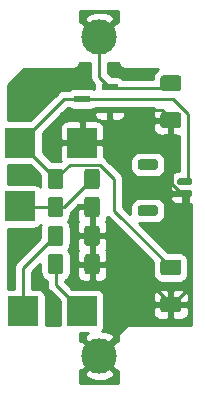
<source format=gbr>
%TF.GenerationSoftware,KiCad,Pcbnew,(5.1.8)-1*%
%TF.CreationDate,2021-08-27T22:01:00+02:00*%
%TF.ProjectId,powerpack_o,706f7765-7270-4616-936b-5f6f2e6b6963,rev?*%
%TF.SameCoordinates,Original*%
%TF.FileFunction,Copper,L1,Top*%
%TF.FilePolarity,Positive*%
%FSLAX46Y46*%
G04 Gerber Fmt 4.6, Leading zero omitted, Abs format (unit mm)*
G04 Created by KiCad (PCBNEW (5.1.8)-1) date 2021-08-27 22:01:00*
%MOMM*%
%LPD*%
G01*
G04 APERTURE LIST*
%TA.AperFunction,SMDPad,CuDef*%
%ADD10R,2.500000X2.500000*%
%TD*%
%TA.AperFunction,ComponentPad*%
%ADD11C,3.000000*%
%TD*%
%TA.AperFunction,SMDPad,CuDef*%
%ADD12R,1.380000X0.600000*%
%TD*%
%TA.AperFunction,ViaPad*%
%ADD13C,0.800000*%
%TD*%
%TA.AperFunction,Conductor*%
%ADD14C,0.250000*%
%TD*%
%TA.AperFunction,Conductor*%
%ADD15C,0.254000*%
%TD*%
%TA.AperFunction,Conductor*%
%ADD16C,0.100000*%
%TD*%
G04 APERTURE END LIST*
%TO.P,R2,2*%
%TO.N,GND*%
%TA.AperFunction,SMDPad,CuDef*%
G36*
G01*
X173680000Y-36915001D02*
X173680000Y-35664999D01*
G75*
G02*
X173929999Y-35415000I249999J0D01*
G01*
X174730001Y-35415000D01*
G75*
G02*
X174980000Y-35664999I0J-249999D01*
G01*
X174980000Y-36915001D01*
G75*
G02*
X174730001Y-37165000I-249999J0D01*
G01*
X173929999Y-37165000D01*
G75*
G02*
X173680000Y-36915001I0J249999D01*
G01*
G37*
%TD.AperFunction*%
%TO.P,R2,1*%
%TO.N,Net-(J4-Pad1)*%
%TA.AperFunction,SMDPad,CuDef*%
G36*
G01*
X170580000Y-36915001D02*
X170580000Y-35664999D01*
G75*
G02*
X170829999Y-35415000I249999J0D01*
G01*
X171630001Y-35415000D01*
G75*
G02*
X171880000Y-35664999I0J-249999D01*
G01*
X171880000Y-36915001D01*
G75*
G02*
X171630001Y-37165000I-249999J0D01*
G01*
X170829999Y-37165000D01*
G75*
G02*
X170580000Y-36915001I0J249999D01*
G01*
G37*
%TD.AperFunction*%
%TD*%
%TO.P,R1,2*%
%TO.N,Net-(J4-Pad1)*%
%TA.AperFunction,SMDPad,CuDef*%
G36*
G01*
X173680000Y-34540002D02*
X173680000Y-33290000D01*
G75*
G02*
X173929999Y-33040001I249999J0D01*
G01*
X174730001Y-33040001D01*
G75*
G02*
X174980000Y-33290000I0J-249999D01*
G01*
X174980000Y-34540002D01*
G75*
G02*
X174730001Y-34790001I-249999J0D01*
G01*
X173929999Y-34790001D01*
G75*
G02*
X173680000Y-34540002I0J249999D01*
G01*
G37*
%TD.AperFunction*%
%TO.P,R1,1*%
%TO.N,VCC*%
%TA.AperFunction,SMDPad,CuDef*%
G36*
G01*
X170580000Y-34540002D02*
X170580000Y-33290000D01*
G75*
G02*
X170829999Y-33040001I249999J0D01*
G01*
X171630001Y-33040001D01*
G75*
G02*
X171880000Y-33290000I0J-249999D01*
G01*
X171880000Y-34540002D01*
G75*
G02*
X171630001Y-34790001I-249999J0D01*
G01*
X170829999Y-34790001D01*
G75*
G02*
X170580000Y-34540002I0J249999D01*
G01*
G37*
%TD.AperFunction*%
%TD*%
D10*
%TO.P,J4,1*%
%TO.N,Net-(J4-Pad1)*%
X168200000Y-36240000D03*
%TD*%
D11*
%TO.P,J2.1,1*%
%TO.N,+3V3*%
X174942500Y-21907500D03*
%TD*%
D12*
%TO.P,U1,3*%
%TO.N,VCC*%
X173510800Y-27127200D03*
%TO.P,U1,2*%
%TO.N,+3V3*%
X175840800Y-26177200D03*
%TO.P,U1,1*%
%TO.N,GND*%
X175840800Y-28077200D03*
%TD*%
%TO.P,C1,2*%
%TO.N,GND*%
%TA.AperFunction,SMDPad,CuDef*%
G36*
G01*
X180349997Y-43876800D02*
X181650003Y-43876800D01*
G75*
G02*
X181900000Y-44126797I0J-249997D01*
G01*
X181900000Y-44951803D01*
G75*
G02*
X181650003Y-45201800I-249997J0D01*
G01*
X180349997Y-45201800D01*
G75*
G02*
X180100000Y-44951803I0J249997D01*
G01*
X180100000Y-44126797D01*
G75*
G02*
X180349997Y-43876800I249997J0D01*
G01*
G37*
%TD.AperFunction*%
%TO.P,C1,1*%
%TO.N,VCC*%
%TA.AperFunction,SMDPad,CuDef*%
G36*
G01*
X180349997Y-40751800D02*
X181650003Y-40751800D01*
G75*
G02*
X181900000Y-41001797I0J-249997D01*
G01*
X181900000Y-41826803D01*
G75*
G02*
X181650003Y-42076800I-249997J0D01*
G01*
X180349997Y-42076800D01*
G75*
G02*
X180100000Y-41826803I0J249997D01*
G01*
X180100000Y-41001797D01*
G75*
G02*
X180349997Y-40751800I249997J0D01*
G01*
G37*
%TD.AperFunction*%
%TD*%
%TO.P,C2,1*%
%TO.N,+3V3*%
%TA.AperFunction,SMDPad,CuDef*%
G36*
G01*
X180349997Y-25156200D02*
X181650003Y-25156200D01*
G75*
G02*
X181900000Y-25406197I0J-249997D01*
G01*
X181900000Y-26231203D01*
G75*
G02*
X181650003Y-26481200I-249997J0D01*
G01*
X180349997Y-26481200D01*
G75*
G02*
X180100000Y-26231203I0J249997D01*
G01*
X180100000Y-25406197D01*
G75*
G02*
X180349997Y-25156200I249997J0D01*
G01*
G37*
%TD.AperFunction*%
%TO.P,C2,2*%
%TO.N,GND*%
%TA.AperFunction,SMDPad,CuDef*%
G36*
G01*
X180349997Y-28281200D02*
X181650003Y-28281200D01*
G75*
G02*
X181900000Y-28531197I0J-249997D01*
G01*
X181900000Y-29356203D01*
G75*
G02*
X181650003Y-29606200I-249997J0D01*
G01*
X180349997Y-29606200D01*
G75*
G02*
X180100000Y-29356203I0J249997D01*
G01*
X180100000Y-28531197D01*
G75*
G02*
X180349997Y-28281200I249997J0D01*
G01*
G37*
%TD.AperFunction*%
%TD*%
%TO.P,J1,1*%
%TO.N,VCC*%
%TA.AperFunction,SMDPad,CuDef*%
G36*
G01*
X181692400Y-33845600D02*
X182642400Y-33845600D01*
G75*
G02*
X182792400Y-33995600I0J-150000D01*
G01*
X182792400Y-34295600D01*
G75*
G02*
X182642400Y-34445600I-150000J0D01*
G01*
X181692400Y-34445600D01*
G75*
G02*
X181542400Y-34295600I0J150000D01*
G01*
X181542400Y-33995600D01*
G75*
G02*
X181692400Y-33845600I150000J0D01*
G01*
G37*
%TD.AperFunction*%
%TO.P,J1,2*%
%TO.N,GND*%
%TA.AperFunction,SMDPad,CuDef*%
G36*
G01*
X181692400Y-34845600D02*
X182642400Y-34845600D01*
G75*
G02*
X182792400Y-34995600I0J-150000D01*
G01*
X182792400Y-35295600D01*
G75*
G02*
X182642400Y-35445600I-150000J0D01*
G01*
X181692400Y-35445600D01*
G75*
G02*
X181542400Y-35295600I0J150000D01*
G01*
X181542400Y-34995600D01*
G75*
G02*
X181692400Y-34845600I150000J0D01*
G01*
G37*
%TD.AperFunction*%
%TO.P,J1,MP*%
%TO.N,N/C*%
%TA.AperFunction,SMDPad,CuDef*%
G36*
G01*
X178417400Y-32245600D02*
X179667400Y-32245600D01*
G75*
G02*
X179892400Y-32470600I0J-225000D01*
G01*
X179892400Y-32920600D01*
G75*
G02*
X179667400Y-33145600I-225000J0D01*
G01*
X178417400Y-33145600D01*
G75*
G02*
X178192400Y-32920600I0J225000D01*
G01*
X178192400Y-32470600D01*
G75*
G02*
X178417400Y-32245600I225000J0D01*
G01*
G37*
%TD.AperFunction*%
%TA.AperFunction,SMDPad,CuDef*%
G36*
G01*
X178417400Y-36145600D02*
X179667400Y-36145600D01*
G75*
G02*
X179892400Y-36370600I0J-225000D01*
G01*
X179892400Y-36820600D01*
G75*
G02*
X179667400Y-37045600I-225000J0D01*
G01*
X178417400Y-37045600D01*
G75*
G02*
X178192400Y-36820600I0J225000D01*
G01*
X178192400Y-36370600D01*
G75*
G02*
X178417400Y-36145600I225000J0D01*
G01*
G37*
%TD.AperFunction*%
%TD*%
D10*
%TO.P,J3.2,1*%
%TO.N,GND*%
X173480000Y-30850000D03*
%TD*%
%TO.P,J3.1,1*%
%TO.N,VCC*%
X168260000Y-30840000D03*
%TD*%
D11*
%TO.P,J2.2,1*%
%TO.N,GND*%
X174942500Y-48895000D03*
%TD*%
D10*
%TO.P,J5.1,1*%
%TO.N,Net-(J5.1-Pad1)*%
X168510000Y-45100000D03*
%TD*%
%TO.P,R3,1*%
%TO.N,Net-(J5.1-Pad1)*%
%TA.AperFunction,SMDPad,CuDef*%
G36*
G01*
X170580000Y-39365001D02*
X170580000Y-38114999D01*
G75*
G02*
X170829999Y-37865000I249999J0D01*
G01*
X171630001Y-37865000D01*
G75*
G02*
X171880000Y-38114999I0J-249999D01*
G01*
X171880000Y-39365001D01*
G75*
G02*
X171630001Y-39615000I-249999J0D01*
G01*
X170829999Y-39615000D01*
G75*
G02*
X170580000Y-39365001I0J249999D01*
G01*
G37*
%TD.AperFunction*%
%TO.P,R3,2*%
%TO.N,GND*%
%TA.AperFunction,SMDPad,CuDef*%
G36*
G01*
X173680000Y-39365001D02*
X173680000Y-38114999D01*
G75*
G02*
X173929999Y-37865000I249999J0D01*
G01*
X174730001Y-37865000D01*
G75*
G02*
X174980000Y-38114999I0J-249999D01*
G01*
X174980000Y-39365001D01*
G75*
G02*
X174730001Y-39615000I-249999J0D01*
G01*
X173929999Y-39615000D01*
G75*
G02*
X173680000Y-39365001I0J249999D01*
G01*
G37*
%TD.AperFunction*%
%TD*%
%TO.P,J5.2,1*%
%TO.N,Net-(J5.2-Pad1)*%
X173480000Y-45100000D03*
%TD*%
%TO.P,R4,1*%
%TO.N,Net-(J5.2-Pad1)*%
%TA.AperFunction,SMDPad,CuDef*%
G36*
G01*
X170590000Y-41755000D02*
X170590000Y-40505000D01*
G75*
G02*
X170840000Y-40255000I250000J0D01*
G01*
X171640000Y-40255000D01*
G75*
G02*
X171890000Y-40505000I0J-250000D01*
G01*
X171890000Y-41755000D01*
G75*
G02*
X171640000Y-42005000I-250000J0D01*
G01*
X170840000Y-42005000D01*
G75*
G02*
X170590000Y-41755000I0J250000D01*
G01*
G37*
%TD.AperFunction*%
%TO.P,R4,2*%
%TO.N,GND*%
%TA.AperFunction,SMDPad,CuDef*%
G36*
G01*
X173690000Y-41755000D02*
X173690000Y-40505000D01*
G75*
G02*
X173940000Y-40255000I250000J0D01*
G01*
X174740000Y-40255000D01*
G75*
G02*
X174990000Y-40505000I0J-250000D01*
G01*
X174990000Y-41755000D01*
G75*
G02*
X174740000Y-42005000I-250000J0D01*
G01*
X173940000Y-42005000D01*
G75*
G02*
X173690000Y-41755000I0J250000D01*
G01*
G37*
%TD.AperFunction*%
%TD*%
D13*
%TO.N,GND*%
X171010000Y-45190000D03*
X168000000Y-39500000D03*
X168650000Y-33420000D03*
X168680000Y-26610000D03*
X178300000Y-25160000D03*
%TD*%
D14*
%TO.N,GND*%
X180225300Y-28067000D02*
X181102000Y-28943700D01*
X175869600Y-28067000D02*
X180225300Y-28067000D01*
X181102000Y-28943700D02*
X181673900Y-28943700D01*
X174942500Y-48452600D02*
X174942500Y-49415700D01*
X181870632Y-35145600D02*
X182167400Y-35145600D01*
X181102000Y-34376968D02*
X181870632Y-35145600D01*
X181102000Y-28943700D02*
X181102000Y-34376968D01*
X182467400Y-43250100D02*
X181178200Y-44539300D01*
X182467400Y-35445600D02*
X182467400Y-43250100D01*
X182167400Y-35145600D02*
X182467400Y-35445600D01*
X174942500Y-48682156D02*
X174942500Y-49415700D01*
X179085356Y-44539300D02*
X174942500Y-48682156D01*
X181178200Y-44539300D02*
X179085356Y-44539300D01*
X175725001Y-48112499D02*
X174942500Y-48895000D01*
X177590700Y-41130000D02*
X181000000Y-44539300D01*
X174340000Y-41130000D02*
X177590700Y-41130000D01*
X174330000Y-41120000D02*
X174340000Y-41130000D01*
X174330000Y-38740000D02*
X174330000Y-41120000D01*
X174330000Y-38740000D02*
X174330000Y-36290000D01*
X175840800Y-29989200D02*
X175840800Y-28077200D01*
X174980000Y-30850000D02*
X175840800Y-29989200D01*
X173480000Y-30850000D02*
X174980000Y-30850000D01*
%TO.N,VCC*%
X181870632Y-34145600D02*
X182167400Y-34145600D01*
X181161190Y-27127200D02*
X173482000Y-27127200D01*
X182467400Y-28433410D02*
X181161190Y-27127200D01*
X182467400Y-33845600D02*
X182467400Y-28433410D01*
X182167400Y-34145600D02*
X182467400Y-33845600D01*
X171230000Y-33810000D02*
X168260000Y-30840000D01*
X171230000Y-33915001D02*
X171230000Y-33810000D01*
X171972800Y-27127200D02*
X168260000Y-30840000D01*
X173510800Y-27127200D02*
X171972800Y-27127200D01*
X176190000Y-36604300D02*
X181000000Y-41414300D01*
X176190000Y-33936811D02*
X176190000Y-36604300D01*
X174968180Y-32714991D02*
X176190000Y-33936811D01*
X172430010Y-32714991D02*
X174968180Y-32714991D01*
X171230000Y-33915001D02*
X172430010Y-32714991D01*
%TO.N,+3V3*%
X174942500Y-25260300D02*
X175869600Y-26187400D01*
X174942500Y-21488400D02*
X174942500Y-25260300D01*
X180733300Y-26187400D02*
X181102000Y-25818700D01*
X175869600Y-26187400D02*
X180733300Y-26187400D01*
%TO.N,Net-(J4-Pad1)*%
X171955001Y-36290000D02*
X174330000Y-33915001D01*
X171230000Y-36290000D02*
X171955001Y-36290000D01*
X168250000Y-36290000D02*
X168200000Y-36240000D01*
X171230000Y-36290000D02*
X168250000Y-36290000D01*
%TO.N,Net-(J5.1-Pad1)*%
X168510000Y-41460000D02*
X168510000Y-45100000D01*
X171230000Y-38740000D02*
X168510000Y-41460000D01*
%TO.N,Net-(J5.2-Pad1)*%
X171240000Y-42860000D02*
X173480000Y-45100000D01*
X171240000Y-41130000D02*
X171240000Y-42860000D01*
%TD*%
D15*
%TO.N,GND*%
X172466306Y-27957737D02*
X172576620Y-28016702D01*
X172696318Y-28053012D01*
X172820800Y-28065272D01*
X174200800Y-28065272D01*
X174325282Y-28053012D01*
X174444980Y-28016702D01*
X174555294Y-27957737D01*
X174624935Y-27900585D01*
X174674550Y-27950200D01*
X175713800Y-27950200D01*
X175713800Y-27930200D01*
X175967800Y-27930200D01*
X175967800Y-27950200D01*
X177007050Y-27950200D01*
X177070050Y-27887200D01*
X179601885Y-27887200D01*
X179569463Y-27926706D01*
X179510498Y-28037020D01*
X179474188Y-28156718D01*
X179461928Y-28281200D01*
X179465000Y-28657950D01*
X179623750Y-28816700D01*
X180873000Y-28816700D01*
X180873000Y-28796700D01*
X181127000Y-28796700D01*
X181127000Y-28816700D01*
X181147000Y-28816700D01*
X181147000Y-29070700D01*
X181127000Y-29070700D01*
X181127000Y-30082450D01*
X181285750Y-30241200D01*
X181707401Y-30243309D01*
X181707400Y-33207528D01*
X181692400Y-33207528D01*
X181538655Y-33222671D01*
X181390818Y-33267516D01*
X181254571Y-33340342D01*
X181135149Y-33438349D01*
X181037142Y-33557771D01*
X180964316Y-33694018D01*
X180919471Y-33841855D01*
X180904328Y-33995600D01*
X180904328Y-34295600D01*
X180919471Y-34449345D01*
X180961002Y-34586258D01*
X180952898Y-34601420D01*
X180916588Y-34721118D01*
X180904328Y-34845600D01*
X180907400Y-34859850D01*
X181066150Y-35018600D01*
X181381307Y-35018600D01*
X181390818Y-35023684D01*
X181538655Y-35068529D01*
X181692400Y-35083672D01*
X182314400Y-35083672D01*
X182314400Y-35272600D01*
X182294400Y-35272600D01*
X182294400Y-35921850D01*
X182453150Y-36080600D01*
X182703000Y-36082862D01*
X182703000Y-46254200D01*
X177249447Y-46254200D01*
X177215800Y-46250886D01*
X177182153Y-46254200D01*
X177081517Y-46264112D01*
X176952394Y-46303281D01*
X176833393Y-46366888D01*
X176729089Y-46452489D01*
X176643488Y-46556793D01*
X176579881Y-46675794D01*
X176540712Y-46804917D01*
X176527486Y-46939200D01*
X176530801Y-46972857D01*
X176530801Y-47630734D01*
X176434153Y-47582952D01*
X175122105Y-48895000D01*
X176434153Y-50207048D01*
X176530800Y-50159267D01*
X176530800Y-51207200D01*
X173278000Y-51207200D01*
X173278000Y-50386653D01*
X173630452Y-50386653D01*
X173786462Y-50702214D01*
X174161245Y-50893020D01*
X174566051Y-51007044D01*
X174985324Y-51039902D01*
X175402951Y-50990334D01*
X175802883Y-50860243D01*
X176098538Y-50702214D01*
X176254548Y-50386653D01*
X174942500Y-49074605D01*
X173630452Y-50386653D01*
X173278000Y-50386653D01*
X173278000Y-50121594D01*
X173450847Y-50207048D01*
X174762895Y-48895000D01*
X173450847Y-47582952D01*
X173278000Y-47668406D01*
X173278000Y-46988072D01*
X173973016Y-46988072D01*
X173786462Y-47087786D01*
X173630452Y-47403347D01*
X174942500Y-48715395D01*
X176254548Y-47403347D01*
X176098538Y-47087786D01*
X175723755Y-46896980D01*
X175318949Y-46782956D01*
X175203566Y-46773914D01*
X175260537Y-46704494D01*
X175319502Y-46594180D01*
X175355812Y-46474482D01*
X175368072Y-46350000D01*
X175368072Y-45201800D01*
X179461928Y-45201800D01*
X179474188Y-45326282D01*
X179510498Y-45445980D01*
X179569463Y-45556294D01*
X179648815Y-45652985D01*
X179745506Y-45732337D01*
X179855820Y-45791302D01*
X179975518Y-45827612D01*
X180100000Y-45839872D01*
X180714250Y-45836800D01*
X180873000Y-45678050D01*
X180873000Y-44666300D01*
X181127000Y-44666300D01*
X181127000Y-45678050D01*
X181285750Y-45836800D01*
X181900000Y-45839872D01*
X182024482Y-45827612D01*
X182144180Y-45791302D01*
X182254494Y-45732337D01*
X182351185Y-45652985D01*
X182430537Y-45556294D01*
X182489502Y-45445980D01*
X182525812Y-45326282D01*
X182538072Y-45201800D01*
X182535000Y-44825050D01*
X182376250Y-44666300D01*
X181127000Y-44666300D01*
X180873000Y-44666300D01*
X179623750Y-44666300D01*
X179465000Y-44825050D01*
X179461928Y-45201800D01*
X175368072Y-45201800D01*
X175368072Y-43876800D01*
X179461928Y-43876800D01*
X179465000Y-44253550D01*
X179623750Y-44412300D01*
X180873000Y-44412300D01*
X180873000Y-43400550D01*
X181127000Y-43400550D01*
X181127000Y-44412300D01*
X182376250Y-44412300D01*
X182535000Y-44253550D01*
X182538072Y-43876800D01*
X182525812Y-43752318D01*
X182489502Y-43632620D01*
X182430537Y-43522306D01*
X182351185Y-43425615D01*
X182254494Y-43346263D01*
X182144180Y-43287298D01*
X182024482Y-43250988D01*
X181900000Y-43238728D01*
X181285750Y-43241800D01*
X181127000Y-43400550D01*
X180873000Y-43400550D01*
X180714250Y-43241800D01*
X180100000Y-43238728D01*
X179975518Y-43250988D01*
X179855820Y-43287298D01*
X179745506Y-43346263D01*
X179648815Y-43425615D01*
X179569463Y-43522306D01*
X179510498Y-43632620D01*
X179474188Y-43752318D01*
X179461928Y-43876800D01*
X175368072Y-43876800D01*
X175368072Y-43850000D01*
X175355812Y-43725518D01*
X175319502Y-43605820D01*
X175260537Y-43495506D01*
X175181185Y-43398815D01*
X175084494Y-43319463D01*
X174974180Y-43260498D01*
X174854482Y-43224188D01*
X174730000Y-43211928D01*
X172666730Y-43211928D01*
X172012709Y-42557908D01*
X172133386Y-42493405D01*
X172267962Y-42382962D01*
X172378405Y-42248386D01*
X172460472Y-42094850D01*
X172487727Y-42005000D01*
X173051928Y-42005000D01*
X173064188Y-42129482D01*
X173100498Y-42249180D01*
X173159463Y-42359494D01*
X173238815Y-42456185D01*
X173335506Y-42535537D01*
X173445820Y-42594502D01*
X173565518Y-42630812D01*
X173690000Y-42643072D01*
X174054250Y-42640000D01*
X174213000Y-42481250D01*
X174213000Y-41257000D01*
X174467000Y-41257000D01*
X174467000Y-42481250D01*
X174625750Y-42640000D01*
X174990000Y-42643072D01*
X175114482Y-42630812D01*
X175234180Y-42594502D01*
X175344494Y-42535537D01*
X175441185Y-42456185D01*
X175520537Y-42359494D01*
X175579502Y-42249180D01*
X175615812Y-42129482D01*
X175628072Y-42005000D01*
X175625000Y-41415750D01*
X175466250Y-41257000D01*
X174467000Y-41257000D01*
X174213000Y-41257000D01*
X173213750Y-41257000D01*
X173055000Y-41415750D01*
X173051928Y-42005000D01*
X172487727Y-42005000D01*
X172511008Y-41928254D01*
X172528072Y-41755000D01*
X172528072Y-40505000D01*
X172511008Y-40331746D01*
X172460472Y-40165150D01*
X172378405Y-40011614D01*
X172310530Y-39928908D01*
X172368405Y-39858387D01*
X172450472Y-39704851D01*
X172477727Y-39615000D01*
X173041928Y-39615000D01*
X173054188Y-39739482D01*
X173090498Y-39859180D01*
X173136025Y-39944354D01*
X173100498Y-40010820D01*
X173064188Y-40130518D01*
X173051928Y-40255000D01*
X173055000Y-40844250D01*
X173213750Y-41003000D01*
X174213000Y-41003000D01*
X174213000Y-39778750D01*
X174203000Y-39768750D01*
X174203000Y-38867000D01*
X174457000Y-38867000D01*
X174457000Y-40091250D01*
X174467000Y-40101250D01*
X174467000Y-41003000D01*
X175466250Y-41003000D01*
X175625000Y-40844250D01*
X175628072Y-40255000D01*
X175615812Y-40130518D01*
X175579502Y-40010820D01*
X175533975Y-39925646D01*
X175569502Y-39859180D01*
X175605812Y-39739482D01*
X175618072Y-39615000D01*
X175615000Y-39025750D01*
X175456250Y-38867000D01*
X174457000Y-38867000D01*
X174203000Y-38867000D01*
X173203750Y-38867000D01*
X173045000Y-39025750D01*
X173041928Y-39615000D01*
X172477727Y-39615000D01*
X172501008Y-39538255D01*
X172518072Y-39365001D01*
X172518072Y-38114999D01*
X172501008Y-37941745D01*
X172450472Y-37775149D01*
X172368405Y-37621613D01*
X172280910Y-37515000D01*
X172368405Y-37408387D01*
X172450472Y-37254851D01*
X172477727Y-37165000D01*
X173041928Y-37165000D01*
X173054188Y-37289482D01*
X173090498Y-37409180D01*
X173147061Y-37515000D01*
X173090498Y-37620820D01*
X173054188Y-37740518D01*
X173041928Y-37865000D01*
X173045000Y-38454250D01*
X173203750Y-38613000D01*
X174203000Y-38613000D01*
X174203000Y-36417000D01*
X173203750Y-36417000D01*
X173045000Y-36575750D01*
X173041928Y-37165000D01*
X172477727Y-37165000D01*
X172501008Y-37088255D01*
X172518072Y-36915001D01*
X172518072Y-36801890D01*
X172518805Y-36800997D01*
X173180276Y-36139526D01*
X173203750Y-36163000D01*
X174203000Y-36163000D01*
X174203000Y-36143000D01*
X174457000Y-36143000D01*
X174457000Y-36163000D01*
X174477000Y-36163000D01*
X174477000Y-36417000D01*
X174457000Y-36417000D01*
X174457000Y-38613000D01*
X175456250Y-38613000D01*
X175615000Y-38454250D01*
X175618072Y-37865000D01*
X175605812Y-37740518D01*
X175569502Y-37620820D01*
X175512939Y-37515000D01*
X175569502Y-37409180D01*
X175605812Y-37289482D01*
X175618072Y-37165000D01*
X175617759Y-37105016D01*
X175650000Y-37144301D01*
X175678998Y-37168099D01*
X179466480Y-40955582D01*
X179461928Y-41001797D01*
X179461928Y-41826803D01*
X179478992Y-42000057D01*
X179529528Y-42166652D01*
X179611595Y-42320188D01*
X179722037Y-42454763D01*
X179856612Y-42565205D01*
X180010148Y-42647272D01*
X180176743Y-42697808D01*
X180349997Y-42714872D01*
X181650003Y-42714872D01*
X181823257Y-42697808D01*
X181989852Y-42647272D01*
X182143388Y-42565205D01*
X182277963Y-42454763D01*
X182388405Y-42320188D01*
X182470472Y-42166652D01*
X182521008Y-42000057D01*
X182538072Y-41826803D01*
X182538072Y-41001797D01*
X182521008Y-40828543D01*
X182470472Y-40661948D01*
X182388405Y-40508412D01*
X182277963Y-40373837D01*
X182143388Y-40263395D01*
X181989852Y-40181328D01*
X181823257Y-40130792D01*
X181650003Y-40113728D01*
X180774230Y-40113728D01*
X178336173Y-37675672D01*
X178417400Y-37683672D01*
X179667400Y-37683672D01*
X179835777Y-37667088D01*
X179997683Y-37617975D01*
X180146897Y-37538218D01*
X180277684Y-37430884D01*
X180385018Y-37300097D01*
X180464775Y-37150883D01*
X180513888Y-36988977D01*
X180530472Y-36820600D01*
X180530472Y-36370600D01*
X180513888Y-36202223D01*
X180464775Y-36040317D01*
X180385018Y-35891103D01*
X180277684Y-35760316D01*
X180146897Y-35652982D01*
X179997683Y-35573225D01*
X179835777Y-35524112D01*
X179667400Y-35507528D01*
X178417400Y-35507528D01*
X178249023Y-35524112D01*
X178087117Y-35573225D01*
X177937903Y-35652982D01*
X177807116Y-35760316D01*
X177699782Y-35891103D01*
X177620025Y-36040317D01*
X177570912Y-36202223D01*
X177554328Y-36370600D01*
X177554328Y-36820600D01*
X177562328Y-36901827D01*
X176950000Y-36289499D01*
X176950000Y-35445600D01*
X180904328Y-35445600D01*
X180916588Y-35570082D01*
X180952898Y-35689780D01*
X181011863Y-35800094D01*
X181091215Y-35896785D01*
X181187906Y-35976137D01*
X181298220Y-36035102D01*
X181417918Y-36071412D01*
X181542400Y-36083672D01*
X181881650Y-36080600D01*
X182040400Y-35921850D01*
X182040400Y-35272600D01*
X181066150Y-35272600D01*
X180907400Y-35431350D01*
X180904328Y-35445600D01*
X176950000Y-35445600D01*
X176950000Y-33974133D01*
X176953676Y-33936810D01*
X176950000Y-33899487D01*
X176950000Y-33899478D01*
X176939003Y-33787825D01*
X176895546Y-33644564D01*
X176824974Y-33512535D01*
X176807075Y-33490725D01*
X176753799Y-33425807D01*
X176753795Y-33425803D01*
X176730001Y-33396810D01*
X176701009Y-33373017D01*
X175798591Y-32470600D01*
X177554328Y-32470600D01*
X177554328Y-32920600D01*
X177570912Y-33088977D01*
X177620025Y-33250883D01*
X177699782Y-33400097D01*
X177807116Y-33530884D01*
X177937903Y-33638218D01*
X178087117Y-33717975D01*
X178249023Y-33767088D01*
X178417400Y-33783672D01*
X179667400Y-33783672D01*
X179835777Y-33767088D01*
X179997683Y-33717975D01*
X180146897Y-33638218D01*
X180277684Y-33530884D01*
X180385018Y-33400097D01*
X180464775Y-33250883D01*
X180513888Y-33088977D01*
X180530472Y-32920600D01*
X180530472Y-32470600D01*
X180513888Y-32302223D01*
X180464775Y-32140317D01*
X180385018Y-31991103D01*
X180277684Y-31860316D01*
X180146897Y-31752982D01*
X179997683Y-31673225D01*
X179835777Y-31624112D01*
X179667400Y-31607528D01*
X178417400Y-31607528D01*
X178249023Y-31624112D01*
X178087117Y-31673225D01*
X177937903Y-31752982D01*
X177807116Y-31860316D01*
X177699782Y-31991103D01*
X177620025Y-32140317D01*
X177570912Y-32302223D01*
X177554328Y-32470600D01*
X175798591Y-32470600D01*
X175531983Y-32203993D01*
X175508181Y-32174990D01*
X175392456Y-32080017D01*
X175367967Y-32066927D01*
X175365000Y-31135750D01*
X175206250Y-30977000D01*
X173607000Y-30977000D01*
X173607000Y-30997000D01*
X173353000Y-30997000D01*
X173353000Y-30977000D01*
X171753750Y-30977000D01*
X171595000Y-31135750D01*
X171591928Y-32100000D01*
X171604188Y-32224482D01*
X171640498Y-32344180D01*
X171670287Y-32399911D01*
X171664838Y-32405360D01*
X171630001Y-32401929D01*
X170896731Y-32401929D01*
X170148072Y-31653271D01*
X170148072Y-30026729D01*
X170574801Y-29600000D01*
X171591928Y-29600000D01*
X171595000Y-30564250D01*
X171753750Y-30723000D01*
X173353000Y-30723000D01*
X173353000Y-29123750D01*
X173607000Y-29123750D01*
X173607000Y-30723000D01*
X175206250Y-30723000D01*
X175365000Y-30564250D01*
X175368052Y-29606200D01*
X179461928Y-29606200D01*
X179474188Y-29730682D01*
X179510498Y-29850380D01*
X179569463Y-29960694D01*
X179648815Y-30057385D01*
X179745506Y-30136737D01*
X179855820Y-30195702D01*
X179975518Y-30232012D01*
X180100000Y-30244272D01*
X180714250Y-30241200D01*
X180873000Y-30082450D01*
X180873000Y-29070700D01*
X179623750Y-29070700D01*
X179465000Y-29229450D01*
X179461928Y-29606200D01*
X175368052Y-29606200D01*
X175368072Y-29600000D01*
X175355812Y-29475518D01*
X175319502Y-29355820D01*
X175260537Y-29245506D01*
X175181185Y-29148815D01*
X175084494Y-29069463D01*
X174974180Y-29010498D01*
X174854482Y-28974188D01*
X174730000Y-28961928D01*
X173765750Y-28965000D01*
X173607000Y-29123750D01*
X173353000Y-29123750D01*
X173194250Y-28965000D01*
X172230000Y-28961928D01*
X172105518Y-28974188D01*
X171985820Y-29010498D01*
X171875506Y-29069463D01*
X171778815Y-29148815D01*
X171699463Y-29245506D01*
X171640498Y-29355820D01*
X171604188Y-29475518D01*
X171591928Y-29600000D01*
X170574801Y-29600000D01*
X171797601Y-28377200D01*
X174512728Y-28377200D01*
X174524988Y-28501682D01*
X174561298Y-28621380D01*
X174620263Y-28731694D01*
X174699615Y-28828385D01*
X174796306Y-28907737D01*
X174906620Y-28966702D01*
X175026318Y-29003012D01*
X175150800Y-29015272D01*
X175555050Y-29012200D01*
X175713800Y-28853450D01*
X175713800Y-28204200D01*
X175967800Y-28204200D01*
X175967800Y-28853450D01*
X176126550Y-29012200D01*
X176530800Y-29015272D01*
X176655282Y-29003012D01*
X176774980Y-28966702D01*
X176885294Y-28907737D01*
X176981985Y-28828385D01*
X177061337Y-28731694D01*
X177120302Y-28621380D01*
X177156612Y-28501682D01*
X177168872Y-28377200D01*
X177165800Y-28362950D01*
X177007050Y-28204200D01*
X175967800Y-28204200D01*
X175713800Y-28204200D01*
X174674550Y-28204200D01*
X174515800Y-28362950D01*
X174512728Y-28377200D01*
X171797601Y-28377200D01*
X172287602Y-27887200D01*
X172380356Y-27887200D01*
X172466306Y-27957737D01*
%TA.AperFunction,Conductor*%
D16*
G36*
X172466306Y-27957737D02*
G01*
X172576620Y-28016702D01*
X172696318Y-28053012D01*
X172820800Y-28065272D01*
X174200800Y-28065272D01*
X174325282Y-28053012D01*
X174444980Y-28016702D01*
X174555294Y-27957737D01*
X174624935Y-27900585D01*
X174674550Y-27950200D01*
X175713800Y-27950200D01*
X175713800Y-27930200D01*
X175967800Y-27930200D01*
X175967800Y-27950200D01*
X177007050Y-27950200D01*
X177070050Y-27887200D01*
X179601885Y-27887200D01*
X179569463Y-27926706D01*
X179510498Y-28037020D01*
X179474188Y-28156718D01*
X179461928Y-28281200D01*
X179465000Y-28657950D01*
X179623750Y-28816700D01*
X180873000Y-28816700D01*
X180873000Y-28796700D01*
X181127000Y-28796700D01*
X181127000Y-28816700D01*
X181147000Y-28816700D01*
X181147000Y-29070700D01*
X181127000Y-29070700D01*
X181127000Y-30082450D01*
X181285750Y-30241200D01*
X181707401Y-30243309D01*
X181707400Y-33207528D01*
X181692400Y-33207528D01*
X181538655Y-33222671D01*
X181390818Y-33267516D01*
X181254571Y-33340342D01*
X181135149Y-33438349D01*
X181037142Y-33557771D01*
X180964316Y-33694018D01*
X180919471Y-33841855D01*
X180904328Y-33995600D01*
X180904328Y-34295600D01*
X180919471Y-34449345D01*
X180961002Y-34586258D01*
X180952898Y-34601420D01*
X180916588Y-34721118D01*
X180904328Y-34845600D01*
X180907400Y-34859850D01*
X181066150Y-35018600D01*
X181381307Y-35018600D01*
X181390818Y-35023684D01*
X181538655Y-35068529D01*
X181692400Y-35083672D01*
X182314400Y-35083672D01*
X182314400Y-35272600D01*
X182294400Y-35272600D01*
X182294400Y-35921850D01*
X182453150Y-36080600D01*
X182703000Y-36082862D01*
X182703000Y-46254200D01*
X177249447Y-46254200D01*
X177215800Y-46250886D01*
X177182153Y-46254200D01*
X177081517Y-46264112D01*
X176952394Y-46303281D01*
X176833393Y-46366888D01*
X176729089Y-46452489D01*
X176643488Y-46556793D01*
X176579881Y-46675794D01*
X176540712Y-46804917D01*
X176527486Y-46939200D01*
X176530801Y-46972857D01*
X176530801Y-47630734D01*
X176434153Y-47582952D01*
X175122105Y-48895000D01*
X176434153Y-50207048D01*
X176530800Y-50159267D01*
X176530800Y-51207200D01*
X173278000Y-51207200D01*
X173278000Y-50386653D01*
X173630452Y-50386653D01*
X173786462Y-50702214D01*
X174161245Y-50893020D01*
X174566051Y-51007044D01*
X174985324Y-51039902D01*
X175402951Y-50990334D01*
X175802883Y-50860243D01*
X176098538Y-50702214D01*
X176254548Y-50386653D01*
X174942500Y-49074605D01*
X173630452Y-50386653D01*
X173278000Y-50386653D01*
X173278000Y-50121594D01*
X173450847Y-50207048D01*
X174762895Y-48895000D01*
X173450847Y-47582952D01*
X173278000Y-47668406D01*
X173278000Y-46988072D01*
X173973016Y-46988072D01*
X173786462Y-47087786D01*
X173630452Y-47403347D01*
X174942500Y-48715395D01*
X176254548Y-47403347D01*
X176098538Y-47087786D01*
X175723755Y-46896980D01*
X175318949Y-46782956D01*
X175203566Y-46773914D01*
X175260537Y-46704494D01*
X175319502Y-46594180D01*
X175355812Y-46474482D01*
X175368072Y-46350000D01*
X175368072Y-45201800D01*
X179461928Y-45201800D01*
X179474188Y-45326282D01*
X179510498Y-45445980D01*
X179569463Y-45556294D01*
X179648815Y-45652985D01*
X179745506Y-45732337D01*
X179855820Y-45791302D01*
X179975518Y-45827612D01*
X180100000Y-45839872D01*
X180714250Y-45836800D01*
X180873000Y-45678050D01*
X180873000Y-44666300D01*
X181127000Y-44666300D01*
X181127000Y-45678050D01*
X181285750Y-45836800D01*
X181900000Y-45839872D01*
X182024482Y-45827612D01*
X182144180Y-45791302D01*
X182254494Y-45732337D01*
X182351185Y-45652985D01*
X182430537Y-45556294D01*
X182489502Y-45445980D01*
X182525812Y-45326282D01*
X182538072Y-45201800D01*
X182535000Y-44825050D01*
X182376250Y-44666300D01*
X181127000Y-44666300D01*
X180873000Y-44666300D01*
X179623750Y-44666300D01*
X179465000Y-44825050D01*
X179461928Y-45201800D01*
X175368072Y-45201800D01*
X175368072Y-43876800D01*
X179461928Y-43876800D01*
X179465000Y-44253550D01*
X179623750Y-44412300D01*
X180873000Y-44412300D01*
X180873000Y-43400550D01*
X181127000Y-43400550D01*
X181127000Y-44412300D01*
X182376250Y-44412300D01*
X182535000Y-44253550D01*
X182538072Y-43876800D01*
X182525812Y-43752318D01*
X182489502Y-43632620D01*
X182430537Y-43522306D01*
X182351185Y-43425615D01*
X182254494Y-43346263D01*
X182144180Y-43287298D01*
X182024482Y-43250988D01*
X181900000Y-43238728D01*
X181285750Y-43241800D01*
X181127000Y-43400550D01*
X180873000Y-43400550D01*
X180714250Y-43241800D01*
X180100000Y-43238728D01*
X179975518Y-43250988D01*
X179855820Y-43287298D01*
X179745506Y-43346263D01*
X179648815Y-43425615D01*
X179569463Y-43522306D01*
X179510498Y-43632620D01*
X179474188Y-43752318D01*
X179461928Y-43876800D01*
X175368072Y-43876800D01*
X175368072Y-43850000D01*
X175355812Y-43725518D01*
X175319502Y-43605820D01*
X175260537Y-43495506D01*
X175181185Y-43398815D01*
X175084494Y-43319463D01*
X174974180Y-43260498D01*
X174854482Y-43224188D01*
X174730000Y-43211928D01*
X172666730Y-43211928D01*
X172012709Y-42557908D01*
X172133386Y-42493405D01*
X172267962Y-42382962D01*
X172378405Y-42248386D01*
X172460472Y-42094850D01*
X172487727Y-42005000D01*
X173051928Y-42005000D01*
X173064188Y-42129482D01*
X173100498Y-42249180D01*
X173159463Y-42359494D01*
X173238815Y-42456185D01*
X173335506Y-42535537D01*
X173445820Y-42594502D01*
X173565518Y-42630812D01*
X173690000Y-42643072D01*
X174054250Y-42640000D01*
X174213000Y-42481250D01*
X174213000Y-41257000D01*
X174467000Y-41257000D01*
X174467000Y-42481250D01*
X174625750Y-42640000D01*
X174990000Y-42643072D01*
X175114482Y-42630812D01*
X175234180Y-42594502D01*
X175344494Y-42535537D01*
X175441185Y-42456185D01*
X175520537Y-42359494D01*
X175579502Y-42249180D01*
X175615812Y-42129482D01*
X175628072Y-42005000D01*
X175625000Y-41415750D01*
X175466250Y-41257000D01*
X174467000Y-41257000D01*
X174213000Y-41257000D01*
X173213750Y-41257000D01*
X173055000Y-41415750D01*
X173051928Y-42005000D01*
X172487727Y-42005000D01*
X172511008Y-41928254D01*
X172528072Y-41755000D01*
X172528072Y-40505000D01*
X172511008Y-40331746D01*
X172460472Y-40165150D01*
X172378405Y-40011614D01*
X172310530Y-39928908D01*
X172368405Y-39858387D01*
X172450472Y-39704851D01*
X172477727Y-39615000D01*
X173041928Y-39615000D01*
X173054188Y-39739482D01*
X173090498Y-39859180D01*
X173136025Y-39944354D01*
X173100498Y-40010820D01*
X173064188Y-40130518D01*
X173051928Y-40255000D01*
X173055000Y-40844250D01*
X173213750Y-41003000D01*
X174213000Y-41003000D01*
X174213000Y-39778750D01*
X174203000Y-39768750D01*
X174203000Y-38867000D01*
X174457000Y-38867000D01*
X174457000Y-40091250D01*
X174467000Y-40101250D01*
X174467000Y-41003000D01*
X175466250Y-41003000D01*
X175625000Y-40844250D01*
X175628072Y-40255000D01*
X175615812Y-40130518D01*
X175579502Y-40010820D01*
X175533975Y-39925646D01*
X175569502Y-39859180D01*
X175605812Y-39739482D01*
X175618072Y-39615000D01*
X175615000Y-39025750D01*
X175456250Y-38867000D01*
X174457000Y-38867000D01*
X174203000Y-38867000D01*
X173203750Y-38867000D01*
X173045000Y-39025750D01*
X173041928Y-39615000D01*
X172477727Y-39615000D01*
X172501008Y-39538255D01*
X172518072Y-39365001D01*
X172518072Y-38114999D01*
X172501008Y-37941745D01*
X172450472Y-37775149D01*
X172368405Y-37621613D01*
X172280910Y-37515000D01*
X172368405Y-37408387D01*
X172450472Y-37254851D01*
X172477727Y-37165000D01*
X173041928Y-37165000D01*
X173054188Y-37289482D01*
X173090498Y-37409180D01*
X173147061Y-37515000D01*
X173090498Y-37620820D01*
X173054188Y-37740518D01*
X173041928Y-37865000D01*
X173045000Y-38454250D01*
X173203750Y-38613000D01*
X174203000Y-38613000D01*
X174203000Y-36417000D01*
X173203750Y-36417000D01*
X173045000Y-36575750D01*
X173041928Y-37165000D01*
X172477727Y-37165000D01*
X172501008Y-37088255D01*
X172518072Y-36915001D01*
X172518072Y-36801890D01*
X172518805Y-36800997D01*
X173180276Y-36139526D01*
X173203750Y-36163000D01*
X174203000Y-36163000D01*
X174203000Y-36143000D01*
X174457000Y-36143000D01*
X174457000Y-36163000D01*
X174477000Y-36163000D01*
X174477000Y-36417000D01*
X174457000Y-36417000D01*
X174457000Y-38613000D01*
X175456250Y-38613000D01*
X175615000Y-38454250D01*
X175618072Y-37865000D01*
X175605812Y-37740518D01*
X175569502Y-37620820D01*
X175512939Y-37515000D01*
X175569502Y-37409180D01*
X175605812Y-37289482D01*
X175618072Y-37165000D01*
X175617759Y-37105016D01*
X175650000Y-37144301D01*
X175678998Y-37168099D01*
X179466480Y-40955582D01*
X179461928Y-41001797D01*
X179461928Y-41826803D01*
X179478992Y-42000057D01*
X179529528Y-42166652D01*
X179611595Y-42320188D01*
X179722037Y-42454763D01*
X179856612Y-42565205D01*
X180010148Y-42647272D01*
X180176743Y-42697808D01*
X180349997Y-42714872D01*
X181650003Y-42714872D01*
X181823257Y-42697808D01*
X181989852Y-42647272D01*
X182143388Y-42565205D01*
X182277963Y-42454763D01*
X182388405Y-42320188D01*
X182470472Y-42166652D01*
X182521008Y-42000057D01*
X182538072Y-41826803D01*
X182538072Y-41001797D01*
X182521008Y-40828543D01*
X182470472Y-40661948D01*
X182388405Y-40508412D01*
X182277963Y-40373837D01*
X182143388Y-40263395D01*
X181989852Y-40181328D01*
X181823257Y-40130792D01*
X181650003Y-40113728D01*
X180774230Y-40113728D01*
X178336173Y-37675672D01*
X178417400Y-37683672D01*
X179667400Y-37683672D01*
X179835777Y-37667088D01*
X179997683Y-37617975D01*
X180146897Y-37538218D01*
X180277684Y-37430884D01*
X180385018Y-37300097D01*
X180464775Y-37150883D01*
X180513888Y-36988977D01*
X180530472Y-36820600D01*
X180530472Y-36370600D01*
X180513888Y-36202223D01*
X180464775Y-36040317D01*
X180385018Y-35891103D01*
X180277684Y-35760316D01*
X180146897Y-35652982D01*
X179997683Y-35573225D01*
X179835777Y-35524112D01*
X179667400Y-35507528D01*
X178417400Y-35507528D01*
X178249023Y-35524112D01*
X178087117Y-35573225D01*
X177937903Y-35652982D01*
X177807116Y-35760316D01*
X177699782Y-35891103D01*
X177620025Y-36040317D01*
X177570912Y-36202223D01*
X177554328Y-36370600D01*
X177554328Y-36820600D01*
X177562328Y-36901827D01*
X176950000Y-36289499D01*
X176950000Y-35445600D01*
X180904328Y-35445600D01*
X180916588Y-35570082D01*
X180952898Y-35689780D01*
X181011863Y-35800094D01*
X181091215Y-35896785D01*
X181187906Y-35976137D01*
X181298220Y-36035102D01*
X181417918Y-36071412D01*
X181542400Y-36083672D01*
X181881650Y-36080600D01*
X182040400Y-35921850D01*
X182040400Y-35272600D01*
X181066150Y-35272600D01*
X180907400Y-35431350D01*
X180904328Y-35445600D01*
X176950000Y-35445600D01*
X176950000Y-33974133D01*
X176953676Y-33936810D01*
X176950000Y-33899487D01*
X176950000Y-33899478D01*
X176939003Y-33787825D01*
X176895546Y-33644564D01*
X176824974Y-33512535D01*
X176807075Y-33490725D01*
X176753799Y-33425807D01*
X176753795Y-33425803D01*
X176730001Y-33396810D01*
X176701009Y-33373017D01*
X175798591Y-32470600D01*
X177554328Y-32470600D01*
X177554328Y-32920600D01*
X177570912Y-33088977D01*
X177620025Y-33250883D01*
X177699782Y-33400097D01*
X177807116Y-33530884D01*
X177937903Y-33638218D01*
X178087117Y-33717975D01*
X178249023Y-33767088D01*
X178417400Y-33783672D01*
X179667400Y-33783672D01*
X179835777Y-33767088D01*
X179997683Y-33717975D01*
X180146897Y-33638218D01*
X180277684Y-33530884D01*
X180385018Y-33400097D01*
X180464775Y-33250883D01*
X180513888Y-33088977D01*
X180530472Y-32920600D01*
X180530472Y-32470600D01*
X180513888Y-32302223D01*
X180464775Y-32140317D01*
X180385018Y-31991103D01*
X180277684Y-31860316D01*
X180146897Y-31752982D01*
X179997683Y-31673225D01*
X179835777Y-31624112D01*
X179667400Y-31607528D01*
X178417400Y-31607528D01*
X178249023Y-31624112D01*
X178087117Y-31673225D01*
X177937903Y-31752982D01*
X177807116Y-31860316D01*
X177699782Y-31991103D01*
X177620025Y-32140317D01*
X177570912Y-32302223D01*
X177554328Y-32470600D01*
X175798591Y-32470600D01*
X175531983Y-32203993D01*
X175508181Y-32174990D01*
X175392456Y-32080017D01*
X175367967Y-32066927D01*
X175365000Y-31135750D01*
X175206250Y-30977000D01*
X173607000Y-30977000D01*
X173607000Y-30997000D01*
X173353000Y-30997000D01*
X173353000Y-30977000D01*
X171753750Y-30977000D01*
X171595000Y-31135750D01*
X171591928Y-32100000D01*
X171604188Y-32224482D01*
X171640498Y-32344180D01*
X171670287Y-32399911D01*
X171664838Y-32405360D01*
X171630001Y-32401929D01*
X170896731Y-32401929D01*
X170148072Y-31653271D01*
X170148072Y-30026729D01*
X170574801Y-29600000D01*
X171591928Y-29600000D01*
X171595000Y-30564250D01*
X171753750Y-30723000D01*
X173353000Y-30723000D01*
X173353000Y-29123750D01*
X173607000Y-29123750D01*
X173607000Y-30723000D01*
X175206250Y-30723000D01*
X175365000Y-30564250D01*
X175368052Y-29606200D01*
X179461928Y-29606200D01*
X179474188Y-29730682D01*
X179510498Y-29850380D01*
X179569463Y-29960694D01*
X179648815Y-30057385D01*
X179745506Y-30136737D01*
X179855820Y-30195702D01*
X179975518Y-30232012D01*
X180100000Y-30244272D01*
X180714250Y-30241200D01*
X180873000Y-30082450D01*
X180873000Y-29070700D01*
X179623750Y-29070700D01*
X179465000Y-29229450D01*
X179461928Y-29606200D01*
X175368052Y-29606200D01*
X175368072Y-29600000D01*
X175355812Y-29475518D01*
X175319502Y-29355820D01*
X175260537Y-29245506D01*
X175181185Y-29148815D01*
X175084494Y-29069463D01*
X174974180Y-29010498D01*
X174854482Y-28974188D01*
X174730000Y-28961928D01*
X173765750Y-28965000D01*
X173607000Y-29123750D01*
X173353000Y-29123750D01*
X173194250Y-28965000D01*
X172230000Y-28961928D01*
X172105518Y-28974188D01*
X171985820Y-29010498D01*
X171875506Y-29069463D01*
X171778815Y-29148815D01*
X171699463Y-29245506D01*
X171640498Y-29355820D01*
X171604188Y-29475518D01*
X171591928Y-29600000D01*
X170574801Y-29600000D01*
X171797601Y-28377200D01*
X174512728Y-28377200D01*
X174524988Y-28501682D01*
X174561298Y-28621380D01*
X174620263Y-28731694D01*
X174699615Y-28828385D01*
X174796306Y-28907737D01*
X174906620Y-28966702D01*
X175026318Y-29003012D01*
X175150800Y-29015272D01*
X175555050Y-29012200D01*
X175713800Y-28853450D01*
X175713800Y-28204200D01*
X175967800Y-28204200D01*
X175967800Y-28853450D01*
X176126550Y-29012200D01*
X176530800Y-29015272D01*
X176655282Y-29003012D01*
X176774980Y-28966702D01*
X176885294Y-28907737D01*
X176981985Y-28828385D01*
X177061337Y-28731694D01*
X177120302Y-28621380D01*
X177156612Y-28501682D01*
X177168872Y-28377200D01*
X177165800Y-28362950D01*
X177007050Y-28204200D01*
X175967800Y-28204200D01*
X175713800Y-28204200D01*
X174674550Y-28204200D01*
X174515800Y-28362950D01*
X174512728Y-28377200D01*
X171797601Y-28377200D01*
X172287602Y-27887200D01*
X172380356Y-27887200D01*
X172466306Y-27957737D01*
G37*
%TD.AperFunction*%
D15*
X169951928Y-41755000D02*
X169968992Y-41928254D01*
X170019528Y-42094850D01*
X170101595Y-42248386D01*
X170212038Y-42382962D01*
X170346614Y-42493405D01*
X170480001Y-42564702D01*
X170480001Y-42822668D01*
X170476324Y-42860000D01*
X170490998Y-43008985D01*
X170534454Y-43152246D01*
X170605026Y-43284276D01*
X170633904Y-43319463D01*
X170700000Y-43400001D01*
X170728998Y-43423799D01*
X171591928Y-44286730D01*
X171591928Y-46254200D01*
X170398072Y-46254200D01*
X170398072Y-43850000D01*
X170385812Y-43725518D01*
X170349502Y-43605820D01*
X170290537Y-43495506D01*
X170211185Y-43398815D01*
X170114494Y-43319463D01*
X170004180Y-43260498D01*
X169884482Y-43224188D01*
X169760000Y-43211928D01*
X169270000Y-43211928D01*
X169270000Y-41774801D01*
X169951928Y-41092873D01*
X169951928Y-41755000D01*
%TA.AperFunction,Conductor*%
D16*
G36*
X169951928Y-41755000D02*
G01*
X169968992Y-41928254D01*
X170019528Y-42094850D01*
X170101595Y-42248386D01*
X170212038Y-42382962D01*
X170346614Y-42493405D01*
X170480001Y-42564702D01*
X170480001Y-42822668D01*
X170476324Y-42860000D01*
X170490998Y-43008985D01*
X170534454Y-43152246D01*
X170605026Y-43284276D01*
X170633904Y-43319463D01*
X170700000Y-43400001D01*
X170728998Y-43423799D01*
X171591928Y-44286730D01*
X171591928Y-46254200D01*
X170398072Y-46254200D01*
X170398072Y-43850000D01*
X170385812Y-43725518D01*
X170349502Y-43605820D01*
X170290537Y-43495506D01*
X170211185Y-43398815D01*
X170114494Y-43319463D01*
X170004180Y-43260498D01*
X169884482Y-43224188D01*
X169760000Y-43211928D01*
X169270000Y-43211928D01*
X169270000Y-41774801D01*
X169951928Y-41092873D01*
X169951928Y-41755000D01*
G37*
%TD.AperFunction*%
D15*
X169958992Y-37941745D02*
X169941928Y-38114999D01*
X169941928Y-38953270D01*
X167999003Y-40896196D01*
X167969999Y-40919999D01*
X167919926Y-40981014D01*
X167875026Y-41035724D01*
X167844589Y-41092667D01*
X167804454Y-41167754D01*
X167760997Y-41311015D01*
X167750000Y-41422668D01*
X167750000Y-41422678D01*
X167746324Y-41460000D01*
X167750000Y-41497323D01*
X167750000Y-43211928D01*
X167260000Y-43211928D01*
X167182000Y-43219610D01*
X167182000Y-38128072D01*
X169450000Y-38128072D01*
X169574482Y-38115812D01*
X169694180Y-38079502D01*
X169804494Y-38020537D01*
X169901185Y-37941185D01*
X169980537Y-37844494D01*
X169998932Y-37810080D01*
X169958992Y-37941745D01*
%TA.AperFunction,Conductor*%
D16*
G36*
X169958992Y-37941745D02*
G01*
X169941928Y-38114999D01*
X169941928Y-38953270D01*
X167999003Y-40896196D01*
X167969999Y-40919999D01*
X167919926Y-40981014D01*
X167875026Y-41035724D01*
X167844589Y-41092667D01*
X167804454Y-41167754D01*
X167760997Y-41311015D01*
X167750000Y-41422668D01*
X167750000Y-41422678D01*
X167746324Y-41460000D01*
X167750000Y-41497323D01*
X167750000Y-43211928D01*
X167260000Y-43211928D01*
X167182000Y-43219610D01*
X167182000Y-38128072D01*
X169450000Y-38128072D01*
X169574482Y-38115812D01*
X169694180Y-38079502D01*
X169804494Y-38020537D01*
X169901185Y-37941185D01*
X169980537Y-37844494D01*
X169998932Y-37810080D01*
X169958992Y-37941745D01*
G37*
%TD.AperFunction*%
D15*
X169941928Y-33596730D02*
X169941928Y-34540002D01*
X169947352Y-34595069D01*
X169901185Y-34538815D01*
X169804494Y-34459463D01*
X169694180Y-34400498D01*
X169574482Y-34364188D01*
X169450000Y-34351928D01*
X167182000Y-34351928D01*
X167182000Y-32728072D01*
X169073271Y-32728072D01*
X169941928Y-33596730D01*
%TA.AperFunction,Conductor*%
D16*
G36*
X169941928Y-33596730D02*
G01*
X169941928Y-34540002D01*
X169947352Y-34595069D01*
X169901185Y-34538815D01*
X169804494Y-34459463D01*
X169694180Y-34400498D01*
X169574482Y-34364188D01*
X169450000Y-34351928D01*
X167182000Y-34351928D01*
X167182000Y-32728072D01*
X169073271Y-32728072D01*
X169941928Y-33596730D01*
G37*
%TD.AperFunction*%
D15*
X174182501Y-24076188D02*
X174182501Y-25222968D01*
X174178824Y-25260300D01*
X174193498Y-25409285D01*
X174236954Y-25552546D01*
X174307526Y-25684576D01*
X174378701Y-25771302D01*
X174402500Y-25800301D01*
X174431498Y-25824099D01*
X174512728Y-25905329D01*
X174512728Y-26273911D01*
X174444980Y-26237698D01*
X174325282Y-26201388D01*
X174200800Y-26189128D01*
X172820800Y-26189128D01*
X172696318Y-26201388D01*
X172576620Y-26237698D01*
X172466306Y-26296663D01*
X172380356Y-26367200D01*
X172010122Y-26367200D01*
X171972799Y-26363524D01*
X171935476Y-26367200D01*
X171935467Y-26367200D01*
X171823814Y-26378197D01*
X171680553Y-26421654D01*
X171548523Y-26492226D01*
X171464883Y-26560868D01*
X171432799Y-26587199D01*
X171409001Y-26616197D01*
X169073271Y-28951928D01*
X167182000Y-28951928D01*
X167182000Y-25991427D01*
X168555853Y-24637200D01*
X172584753Y-24637200D01*
X172618400Y-24640514D01*
X172752683Y-24627288D01*
X172881806Y-24588119D01*
X173000807Y-24524512D01*
X173105111Y-24438911D01*
X173190712Y-24334607D01*
X173254319Y-24215606D01*
X173293488Y-24086483D01*
X173294604Y-24075155D01*
X174182501Y-24076188D01*
%TA.AperFunction,Conductor*%
D16*
G36*
X174182501Y-24076188D02*
G01*
X174182501Y-25222968D01*
X174178824Y-25260300D01*
X174193498Y-25409285D01*
X174236954Y-25552546D01*
X174307526Y-25684576D01*
X174378701Y-25771302D01*
X174402500Y-25800301D01*
X174431498Y-25824099D01*
X174512728Y-25905329D01*
X174512728Y-26273911D01*
X174444980Y-26237698D01*
X174325282Y-26201388D01*
X174200800Y-26189128D01*
X172820800Y-26189128D01*
X172696318Y-26201388D01*
X172576620Y-26237698D01*
X172466306Y-26296663D01*
X172380356Y-26367200D01*
X172010122Y-26367200D01*
X171972799Y-26363524D01*
X171935476Y-26367200D01*
X171935467Y-26367200D01*
X171823814Y-26378197D01*
X171680553Y-26421654D01*
X171548523Y-26492226D01*
X171464883Y-26560868D01*
X171432799Y-26587199D01*
X171409001Y-26616197D01*
X169073271Y-28951928D01*
X167182000Y-28951928D01*
X167182000Y-25991427D01*
X168555853Y-24637200D01*
X172584753Y-24637200D01*
X172618400Y-24640514D01*
X172752683Y-24627288D01*
X172881806Y-24588119D01*
X173000807Y-24524512D01*
X173105111Y-24438911D01*
X173190712Y-24334607D01*
X173254319Y-24215606D01*
X173293488Y-24086483D01*
X173294604Y-24075155D01*
X174182501Y-24076188D01*
G37*
%TD.AperFunction*%
D15*
X176539968Y-24078933D02*
X176540712Y-24086483D01*
X176579881Y-24215606D01*
X176643488Y-24334607D01*
X176729089Y-24438911D01*
X176799412Y-24496624D01*
X176833393Y-24524512D01*
X176952394Y-24588119D01*
X177081517Y-24627288D01*
X177215800Y-24640514D01*
X177249447Y-24637200D01*
X179913851Y-24637200D01*
X179856612Y-24667795D01*
X179722037Y-24778237D01*
X179611595Y-24912812D01*
X179529528Y-25066348D01*
X179478992Y-25232943D01*
X179461928Y-25406197D01*
X179461928Y-25427400D01*
X176983122Y-25427400D01*
X176981985Y-25426015D01*
X176885294Y-25346663D01*
X176774980Y-25287698D01*
X176655282Y-25251388D01*
X176530800Y-25239128D01*
X175996130Y-25239128D01*
X175702500Y-24945498D01*
X175702500Y-24077958D01*
X176539968Y-24078933D01*
%TA.AperFunction,Conductor*%
D16*
G36*
X176539968Y-24078933D02*
G01*
X176540712Y-24086483D01*
X176579881Y-24215606D01*
X176643488Y-24334607D01*
X176729089Y-24438911D01*
X176799412Y-24496624D01*
X176833393Y-24524512D01*
X176952394Y-24588119D01*
X177081517Y-24627288D01*
X177215800Y-24640514D01*
X177249447Y-24637200D01*
X179913851Y-24637200D01*
X179856612Y-24667795D01*
X179722037Y-24778237D01*
X179611595Y-24912812D01*
X179529528Y-25066348D01*
X179478992Y-25232943D01*
X179461928Y-25406197D01*
X179461928Y-25427400D01*
X176983122Y-25427400D01*
X176981985Y-25426015D01*
X176885294Y-25346663D01*
X176774980Y-25287698D01*
X176655282Y-25251388D01*
X176530800Y-25239128D01*
X175996130Y-25239128D01*
X175702500Y-24945498D01*
X175702500Y-24077958D01*
X176539968Y-24078933D01*
G37*
%TD.AperFunction*%
%TD*%
D15*
%TO.N,+3V3*%
X176530801Y-20643234D02*
X176434153Y-20595452D01*
X175122105Y-21907500D01*
X175136248Y-21921643D01*
X174956643Y-22101248D01*
X174942500Y-22087105D01*
X174928358Y-22101248D01*
X174748753Y-21921643D01*
X174762895Y-21907500D01*
X173450847Y-20595452D01*
X173303400Y-20668348D01*
X173303400Y-20415847D01*
X173630452Y-20415847D01*
X174942500Y-21727895D01*
X176254548Y-20415847D01*
X176098538Y-20100286D01*
X175723755Y-19909480D01*
X175318949Y-19795456D01*
X174899676Y-19762598D01*
X174482049Y-19812166D01*
X174082117Y-19942257D01*
X173786462Y-20100286D01*
X173630452Y-20415847D01*
X173303400Y-20415847D01*
X173303400Y-19709600D01*
X176530801Y-19709600D01*
X176530801Y-20643234D01*
%TA.AperFunction,Conductor*%
D16*
G36*
X176530801Y-20643234D02*
G01*
X176434153Y-20595452D01*
X175122105Y-21907500D01*
X175136248Y-21921643D01*
X174956643Y-22101248D01*
X174942500Y-22087105D01*
X174928358Y-22101248D01*
X174748753Y-21921643D01*
X174762895Y-21907500D01*
X173450847Y-20595452D01*
X173303400Y-20668348D01*
X173303400Y-20415847D01*
X173630452Y-20415847D01*
X174942500Y-21727895D01*
X176254548Y-20415847D01*
X176098538Y-20100286D01*
X175723755Y-19909480D01*
X175318949Y-19795456D01*
X174899676Y-19762598D01*
X174482049Y-19812166D01*
X174082117Y-19942257D01*
X173786462Y-20100286D01*
X173630452Y-20415847D01*
X173303400Y-20415847D01*
X173303400Y-19709600D01*
X176530801Y-19709600D01*
X176530801Y-20643234D01*
G37*
%TD.AperFunction*%
%TD*%
M02*

</source>
